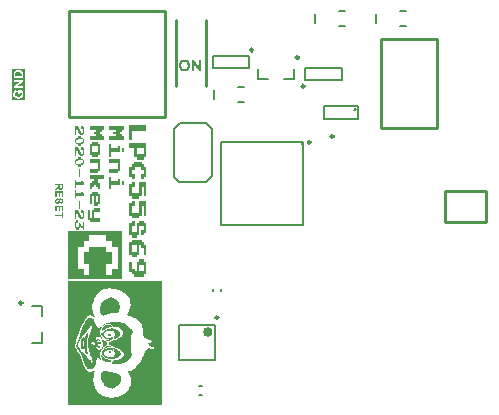
<source format=gto>
G04*
G04 #@! TF.GenerationSoftware,Altium Limited,Altium Designer,20.1.14 (287)*
G04*
G04 Layer_Color=15132400*
%FSLAX25Y25*%
%MOIN*%
G70*
G04*
G04 #@! TF.SameCoordinates,CE59E18C-A3DC-4852-8C87-7D8AF6908A11*
G04*
G04*
G04 #@! TF.FilePolarity,Positive*
G04*
G01*
G75*
%ADD10C,0.00984*%
%ADD11C,0.01575*%
%ADD12C,0.01000*%
%ADD13C,0.00787*%
%ADD14C,0.00700*%
%ADD15C,0.00800*%
%ADD16C,0.00551*%
G36*
X86948Y94709D02*
X86045Y95611D01*
X86948D01*
Y94709D01*
D02*
G37*
G36*
X39713Y7967D02*
X8400D01*
Y49400D01*
X39713D01*
Y7967D01*
D02*
G37*
G36*
X27133Y99728D02*
X26790D01*
X26447D01*
Y99043D01*
X26104D01*
X25761D01*
Y98357D01*
X26104D01*
X26447D01*
Y97671D01*
X26790D01*
X27133D01*
Y96299D01*
X24733D01*
X22332D01*
Y97671D01*
X23361D01*
X24390D01*
Y98357D01*
X24047D01*
X23704D01*
Y99043D01*
X24047D01*
X24390D01*
Y99728D01*
X23361D01*
X22332D01*
Y101100D01*
X24733D01*
X27133D01*
Y99728D01*
D02*
G37*
G36*
X20686D02*
X20344D01*
X20001D01*
Y99043D01*
X19658D01*
X19315D01*
Y98357D01*
X19658D01*
X20001D01*
Y97671D01*
X20344D01*
X20686D01*
Y96299D01*
X18286D01*
X15886D01*
Y97671D01*
X16915D01*
X17943D01*
Y98357D01*
X17600D01*
X17257D01*
Y99043D01*
X17600D01*
X17943D01*
Y99728D01*
X16915D01*
X15886D01*
Y101100D01*
X18286D01*
X20686D01*
Y99728D01*
D02*
G37*
G36*
X27133Y92185D02*
X26790D01*
X26447D01*
Y93556D01*
X26790D01*
X27133D01*
Y92185D01*
D02*
G37*
G36*
X18629Y94928D02*
X18972D01*
X19315D01*
Y91499D01*
X18972D01*
X18629D01*
Y90813D01*
X17600D01*
X16572D01*
Y91499D01*
X16229D01*
X15886D01*
Y94928D01*
X16229D01*
X16572D01*
Y95614D01*
X17600D01*
X18629D01*
Y94928D01*
D02*
G37*
G36*
X23018Y93556D02*
X24047D01*
X25076D01*
Y94242D01*
X25418D01*
X25761D01*
Y92185D01*
X24390D01*
X23018D01*
Y90813D01*
X22675D01*
X22332D01*
Y94928D01*
X22675D01*
X23018D01*
Y93556D01*
D02*
G37*
G36*
X25761Y86012D02*
X25418D01*
X25076D01*
Y85327D01*
X23704D01*
X22332D01*
Y86698D01*
X23704D01*
X25076D01*
Y88756D01*
X23704D01*
X22332D01*
Y90127D01*
X24047D01*
X25761D01*
Y86012D01*
D02*
G37*
G36*
X19315D02*
X18972D01*
X18629D01*
Y85327D01*
X17257D01*
X15886D01*
Y86698D01*
X17257D01*
X18629D01*
Y88756D01*
X17257D01*
X15886D01*
Y90127D01*
X17600D01*
X19315D01*
Y86012D01*
D02*
G37*
G36*
X27133Y81212D02*
X26790D01*
X26447D01*
Y82583D01*
X26790D01*
X27133D01*
Y81212D01*
D02*
G37*
G36*
X20686Y83269D02*
X19658D01*
X18629D01*
Y81898D01*
X18972D01*
X19315D01*
Y79840D01*
X18972D01*
X18629D01*
Y80526D01*
X18286D01*
X17943D01*
Y81212D01*
X17600D01*
X17257D01*
Y80526D01*
X16915D01*
X16572D01*
Y79840D01*
X16229D01*
X15886D01*
Y81898D01*
X16229D01*
X16572D01*
Y82583D01*
X16915D01*
X17257D01*
Y83269D01*
X16572D01*
X15886D01*
Y84641D01*
X18286D01*
X20686D01*
Y83269D01*
D02*
G37*
G36*
X23018Y82583D02*
X24047D01*
X25076D01*
Y83269D01*
X25418D01*
X25761D01*
Y81212D01*
X24390D01*
X23018D01*
Y79840D01*
X22675D01*
X22332D01*
Y83955D01*
X22675D01*
X23018D01*
Y82583D01*
D02*
G37*
G36*
X18629Y78469D02*
X18972D01*
X19315D01*
Y75040D01*
X18972D01*
X18629D01*
Y74354D01*
X17943D01*
X17257D01*
Y77783D01*
X16915D01*
X16572D01*
Y75040D01*
X16229D01*
X15886D01*
Y78469D01*
X16229D01*
X16572D01*
Y79154D01*
X17600D01*
X18629D01*
Y78469D01*
D02*
G37*
G36*
X19315Y72296D02*
X18286D01*
X17257D01*
Y70239D01*
X18286D01*
X19315D01*
Y68867D01*
X17600D01*
X15886D01*
Y69553D01*
X15543D01*
X15200D01*
Y72982D01*
X15543D01*
X15886D01*
Y70239D01*
X16229D01*
X16572D01*
Y72982D01*
X16915D01*
X17257D01*
Y73668D01*
X18286D01*
X19315D01*
Y72296D01*
D02*
G37*
G36*
X26572Y49883D02*
X8581D01*
Y66000D01*
X26572D01*
Y49883D01*
D02*
G37*
G36*
X34694Y99477D02*
X32241D01*
X29918D01*
Y96293D01*
X29454D01*
X28994D01*
Y101200D01*
X31844D01*
X34694D01*
Y99477D01*
D02*
G37*
G36*
Y90588D02*
X34230D01*
X33896D01*
Y89794D01*
X32638D01*
X31384D01*
Y90588D01*
X31046D01*
X30586D01*
Y93772D01*
X29855D01*
X28994D01*
Y95495D01*
X31844D01*
X34694D01*
Y90588D01*
D02*
G37*
G36*
X33102Y88202D02*
X33436D01*
X33896D01*
Y87404D01*
X34230D01*
X34694D01*
Y84089D01*
X34230D01*
X33896D01*
Y83295D01*
X33436D01*
X32976D01*
Y85018D01*
X33436D01*
X33770D01*
Y86479D01*
X33436D01*
X32976D01*
Y87273D01*
X31844D01*
X30712D01*
Y86479D01*
X30252D01*
X29918D01*
Y85018D01*
X30252D01*
X30712D01*
Y83295D01*
X30252D01*
X29792D01*
Y84089D01*
X29454D01*
X28994D01*
Y87404D01*
X29454D01*
X29792D01*
Y88202D01*
X30252D01*
X30586D01*
Y88996D01*
X31844D01*
X33102D01*
Y88202D01*
D02*
G37*
G36*
X34694Y77590D02*
X34230D01*
X33770D01*
Y80774D01*
X33436D01*
X33102D01*
Y77590D01*
X32638D01*
X32304D01*
Y76796D01*
X31046D01*
X29792D01*
Y77590D01*
X29454D01*
X28994D01*
Y81703D01*
X29454D01*
X29792D01*
Y82497D01*
X30252D01*
X30712D01*
Y80774D01*
X30252D01*
X29918D01*
Y78519D01*
X31046D01*
X32178D01*
Y82497D01*
X33436D01*
X34694D01*
Y77590D01*
D02*
G37*
G36*
Y71091D02*
X34230D01*
X33770D01*
Y74275D01*
X33436D01*
X33102D01*
Y71091D01*
X32638D01*
X32304D01*
Y70297D01*
X31046D01*
X29792D01*
Y71091D01*
X29454D01*
X28994D01*
Y75204D01*
X29454D01*
X29792D01*
Y75998D01*
X30252D01*
X30712D01*
Y74275D01*
X30252D01*
X29918D01*
Y72020D01*
X31046D01*
X32178D01*
Y75998D01*
X33436D01*
X34694D01*
Y71091D01*
D02*
G37*
G36*
X33896Y68705D02*
X34230D01*
X34694D01*
Y65391D01*
X34230D01*
X33896D01*
Y64592D01*
X33436D01*
X32976D01*
Y66315D01*
X33436D01*
X33770D01*
Y67776D01*
X33039D01*
X32304D01*
Y64592D01*
X31844D01*
X31510D01*
Y63799D01*
X30649D01*
X29792D01*
Y64592D01*
X29454D01*
X28994D01*
Y68705D01*
X29454D01*
X29792D01*
Y69499D01*
X30252D01*
X30712D01*
Y67776D01*
X30252D01*
X29918D01*
Y65521D01*
X30649D01*
X31384D01*
Y68705D01*
X31844D01*
X32178D01*
Y69499D01*
X33039D01*
X33896D01*
Y68705D01*
D02*
G37*
G36*
X33102Y62207D02*
X33436D01*
X33896D01*
Y61408D01*
X34230D01*
X34694D01*
Y58093D01*
X34230D01*
X33770D01*
Y60484D01*
X33436D01*
X32976D01*
Y61278D01*
X32638D01*
X32304D01*
Y58093D01*
X31844D01*
X31510D01*
Y57300D01*
X30649D01*
X29792D01*
Y58093D01*
X29454D01*
X28994D01*
Y62207D01*
X29454D01*
X29792D01*
Y63000D01*
X31447D01*
X33102D01*
Y62207D01*
D02*
G37*
G36*
X33896Y55708D02*
X34230D01*
X34694D01*
Y51595D01*
X34230D01*
X33896D01*
Y50801D01*
X32241D01*
X30586D01*
Y51595D01*
X30252D01*
X29792D01*
Y52393D01*
X29454D01*
X28994D01*
Y55708D01*
X29454D01*
X29918D01*
Y53317D01*
X30252D01*
X30712D01*
Y52524D01*
X31046D01*
X31384D01*
Y55708D01*
X31844D01*
X32178D01*
Y56501D01*
X33039D01*
X33896D01*
Y55708D01*
D02*
G37*
G36*
X13462Y100563D02*
X13680D01*
X13899D01*
Y98376D01*
X13680D01*
X13462D01*
Y97938D01*
X13024D01*
X12587D01*
Y98376D01*
X12368D01*
X12150D01*
Y98813D01*
X11931D01*
X11712D01*
Y99688D01*
X11494D01*
X11275D01*
Y97938D01*
X11056D01*
X10837D01*
Y101000D01*
X11275D01*
X11712D01*
Y100563D01*
X11931D01*
X12150D01*
Y100125D01*
X12368D01*
X12587D01*
Y99250D01*
X12806D01*
X13024D01*
Y98813D01*
X13243D01*
X13462D01*
Y100125D01*
X13243D01*
X13024D01*
Y101000D01*
X13243D01*
X13462D01*
Y100563D01*
D02*
G37*
G36*
X13024Y97063D02*
X13243D01*
X13462D01*
Y96626D01*
X12587D01*
X11712D01*
Y96189D01*
X11494D01*
X11275D01*
Y95314D01*
X11056D01*
X10837D01*
Y96626D01*
X11056D01*
X11275D01*
Y97063D01*
X11494D01*
X11712D01*
Y97501D01*
X12368D01*
X13024D01*
Y97063D01*
D02*
G37*
G36*
X13899Y95314D02*
X13680D01*
X13462D01*
Y94876D01*
X13243D01*
X13024D01*
Y94439D01*
X12368D01*
X11712D01*
Y94876D01*
X11494D01*
X11275D01*
Y95314D01*
X12150D01*
X13024D01*
Y95751D01*
X13243D01*
X13462D01*
Y96626D01*
X13680D01*
X13899D01*
Y95314D01*
D02*
G37*
G36*
X13462Y93564D02*
X13680D01*
X13899D01*
Y91377D01*
X13680D01*
X13462D01*
Y90940D01*
X13024D01*
X12587D01*
Y91377D01*
X12368D01*
X12150D01*
Y91815D01*
X11931D01*
X11712D01*
Y92689D01*
X11494D01*
X11275D01*
Y90940D01*
X11056D01*
X10837D01*
Y94002D01*
X11275D01*
X11712D01*
Y93564D01*
X11931D01*
X12150D01*
Y93127D01*
X12368D01*
X12587D01*
Y92252D01*
X12806D01*
X13024D01*
Y91815D01*
X13243D01*
X13462D01*
Y93127D01*
X13243D01*
X13024D01*
Y94002D01*
X13243D01*
X13462D01*
Y93564D01*
D02*
G37*
G36*
X13024Y90065D02*
X13243D01*
X13462D01*
Y89628D01*
X12587D01*
X11712D01*
Y89190D01*
X11494D01*
X11275D01*
Y88315D01*
X11056D01*
X10837D01*
Y89628D01*
X11056D01*
X11275D01*
Y90065D01*
X11494D01*
X11712D01*
Y90502D01*
X12368D01*
X13024D01*
Y90065D01*
D02*
G37*
G36*
X13899Y88315D02*
X13680D01*
X13462D01*
Y87878D01*
X13243D01*
X13024D01*
Y87441D01*
X12368D01*
X11712D01*
Y87878D01*
X11494D01*
X11275D01*
Y88315D01*
X12150D01*
X13024D01*
Y88753D01*
X13243D01*
X13462D01*
Y89628D01*
X13680D01*
X13899D01*
Y88315D01*
D02*
G37*
G36*
X12587Y83941D02*
X12368D01*
X12150D01*
Y86566D01*
X12368D01*
X12587D01*
Y83941D01*
D02*
G37*
G36*
X11275Y82192D02*
X12150D01*
X13024D01*
Y82629D01*
X13243D01*
X13462D01*
Y82192D01*
X13680D01*
X13899D01*
Y81317D01*
X12587D01*
X11275D01*
Y80442D01*
X11056D01*
X10837D01*
Y83067D01*
X11056D01*
X11275D01*
Y82192D01*
D02*
G37*
G36*
Y78693D02*
X12150D01*
X13024D01*
Y79130D01*
X13243D01*
X13462D01*
Y78693D01*
X13680D01*
X13899D01*
Y77818D01*
X12587D01*
X11275D01*
Y76943D01*
X11056D01*
X10837D01*
Y79567D01*
X11056D01*
X11275D01*
Y78693D01*
D02*
G37*
G36*
X12587Y73444D02*
X12368D01*
X12150D01*
Y76068D01*
X12368D01*
X12587D01*
Y73444D01*
D02*
G37*
G36*
X13462Y72569D02*
X13680D01*
X13899D01*
Y70382D01*
X13680D01*
X13462D01*
Y69945D01*
X13024D01*
X12587D01*
Y70382D01*
X12368D01*
X12150D01*
Y70819D01*
X11931D01*
X11712D01*
Y71694D01*
X11494D01*
X11275D01*
Y69945D01*
X11056D01*
X10837D01*
Y73006D01*
X11275D01*
X11712D01*
Y72569D01*
X11931D01*
X12150D01*
Y72132D01*
X12368D01*
X12587D01*
Y71257D01*
X12806D01*
X13024D01*
Y70819D01*
X13243D01*
X13462D01*
Y72132D01*
X13243D01*
X13024D01*
Y73006D01*
X13243D01*
X13462D01*
Y72569D01*
D02*
G37*
G36*
X11712Y68632D02*
X11494D01*
X11275D01*
Y67320D01*
X11712D01*
X12150D01*
Y68632D01*
X12368D01*
X12587D01*
Y68195D01*
X12806D01*
X13024D01*
Y67758D01*
X13243D01*
X13462D01*
Y69070D01*
X13680D01*
X13899D01*
Y66445D01*
X13680D01*
X13462D01*
Y66883D01*
X13243D01*
X13024D01*
Y67320D01*
X12806D01*
X12587D01*
Y66883D01*
X12368D01*
X12150D01*
Y66445D01*
X11712D01*
X11275D01*
Y66883D01*
X11056D01*
X10837D01*
Y69070D01*
X11056D01*
X11275D01*
Y69507D01*
X11494D01*
X11712D01*
Y68632D01*
D02*
G37*
G36*
X52809Y119270D02*
X52046D01*
X50513Y121754D01*
Y119270D01*
X49808D01*
Y123054D01*
X50546D01*
X52104Y120512D01*
Y123054D01*
X52809D01*
Y119270D01*
D02*
G37*
G36*
X47442Y123111D02*
X47499Y123107D01*
X47569Y123099D01*
X47651Y123087D01*
X47741Y123070D01*
X47840Y123050D01*
X47946Y123021D01*
X48053Y122988D01*
X48164Y122947D01*
X48278Y122894D01*
X48389Y122837D01*
X48496Y122767D01*
X48598Y122685D01*
X48697Y122595D01*
X48701Y122591D01*
X48717Y122570D01*
X48742Y122541D01*
X48775Y122501D01*
X48816Y122447D01*
X48857Y122382D01*
X48902Y122308D01*
X48951Y122218D01*
X48996Y122123D01*
X49041Y122013D01*
X49086Y121894D01*
X49123Y121767D01*
X49156Y121627D01*
X49180Y121480D01*
X49197Y121320D01*
X49201Y121152D01*
Y121148D01*
Y121139D01*
Y121127D01*
Y121111D01*
Y121090D01*
X49197Y121065D01*
X49193Y121000D01*
X49185Y120922D01*
X49176Y120836D01*
X49160Y120733D01*
X49139Y120627D01*
X49111Y120516D01*
X49078Y120397D01*
X49037Y120278D01*
X48992Y120159D01*
X48935Y120041D01*
X48865Y119926D01*
X48791Y119819D01*
X48701Y119717D01*
X48697Y119712D01*
X48676Y119696D01*
X48652Y119667D01*
X48611Y119635D01*
X48561Y119598D01*
X48500Y119553D01*
X48430Y119508D01*
X48348Y119458D01*
X48258Y119409D01*
X48160Y119364D01*
X48049Y119319D01*
X47930Y119282D01*
X47803Y119249D01*
X47668Y119220D01*
X47520Y119204D01*
X47368Y119200D01*
X47331D01*
X47286Y119204D01*
X47229Y119208D01*
X47159Y119216D01*
X47073Y119229D01*
X46983Y119241D01*
X46885Y119266D01*
X46778Y119290D01*
X46671Y119327D01*
X46556Y119368D01*
X46446Y119417D01*
X46335Y119475D01*
X46229Y119544D01*
X46126Y119622D01*
X46028Y119712D01*
X46023Y119721D01*
X46007Y119737D01*
X45983Y119766D01*
X45950Y119807D01*
X45913Y119860D01*
X45872Y119926D01*
X45827Y120000D01*
X45782Y120086D01*
X45732Y120180D01*
X45687Y120287D01*
X45646Y120401D01*
X45609Y120528D01*
X45577Y120664D01*
X45552Y120811D01*
X45536Y120967D01*
X45531Y121131D01*
Y121139D01*
Y121156D01*
Y121188D01*
X45536Y121230D01*
Y121279D01*
X45540Y121336D01*
X45548Y121398D01*
X45552Y121471D01*
X45564Y121545D01*
X45573Y121623D01*
X45605Y121787D01*
X45646Y121947D01*
X45675Y122029D01*
X45704Y122103D01*
Y122107D01*
X45708Y122115D01*
X45716Y122132D01*
X45728Y122152D01*
X45741Y122177D01*
X45757Y122205D01*
X45794Y122279D01*
X45843Y122357D01*
X45905Y122447D01*
X45974Y122533D01*
X46052Y122624D01*
X46056Y122628D01*
X46064Y122632D01*
X46077Y122644D01*
X46093Y122660D01*
X46114Y122681D01*
X46138Y122701D01*
X46200Y122751D01*
X46270Y122808D01*
X46356Y122865D01*
X46446Y122919D01*
X46544Y122964D01*
X46548D01*
X46561Y122972D01*
X46581Y122976D01*
X46606Y122988D01*
X46639Y123001D01*
X46679Y123013D01*
X46725Y123025D01*
X46778Y123042D01*
X46835Y123054D01*
X46897Y123066D01*
X46966Y123079D01*
X47036Y123091D01*
X47192Y123107D01*
X47360Y123116D01*
X47397D01*
X47442Y123111D01*
D02*
G37*
G36*
X-5841Y120104D02*
Y109600D01*
X-10155D01*
Y120104D01*
X-5841D01*
D02*
G37*
G36*
X6857Y80648D02*
X6854Y80614D01*
Y80576D01*
X6851Y80531D01*
X6848Y80487D01*
X6840Y80387D01*
X6826Y80290D01*
X6821Y80243D01*
X6810Y80196D01*
X6798Y80155D01*
X6787Y80119D01*
Y80116D01*
X6785Y80110D01*
X6779Y80102D01*
X6774Y80088D01*
X6765Y80072D01*
X6757Y80055D01*
X6732Y80011D01*
X6696Y79963D01*
X6655Y79916D01*
X6602Y79866D01*
X6541Y79822D01*
X6538D01*
X6533Y79817D01*
X6524Y79811D01*
X6510Y79806D01*
X6494Y79795D01*
X6475Y79786D01*
X6449Y79775D01*
X6425Y79764D01*
X6366Y79745D01*
X6297Y79725D01*
X6222Y79714D01*
X6139Y79709D01*
X6137D01*
X6125D01*
X6112D01*
X6092Y79711D01*
X6067Y79714D01*
X6040Y79717D01*
X6006Y79722D01*
X5973Y79731D01*
X5895Y79750D01*
X5857Y79764D01*
X5818Y79781D01*
X5776Y79800D01*
X5738Y79822D01*
X5699Y79847D01*
X5663Y79878D01*
X5660Y79880D01*
X5655Y79886D01*
X5646Y79894D01*
X5632Y79908D01*
X5618Y79927D01*
X5602Y79950D01*
X5582Y79975D01*
X5563Y80005D01*
X5541Y80038D01*
X5522Y80074D01*
X5502Y80116D01*
X5483Y80163D01*
X5466Y80213D01*
X5449Y80265D01*
X5436Y80324D01*
X5425Y80384D01*
Y80382D01*
X5419Y80376D01*
X5416Y80368D01*
X5408Y80357D01*
X5389Y80326D01*
X5361Y80288D01*
X5330Y80243D01*
X5294Y80196D01*
X5253Y80149D01*
X5211Y80107D01*
X5206Y80102D01*
X5198Y80097D01*
X5189Y80088D01*
X5175Y80077D01*
X5159Y80063D01*
X5139Y80047D01*
X5117Y80030D01*
X5090Y80011D01*
X5059Y79988D01*
X5026Y79963D01*
X4987Y79939D01*
X4945Y79911D01*
X4898Y79880D01*
X4851Y79847D01*
X4796Y79814D01*
X4300Y79501D01*
Y80119D01*
X4857Y80493D01*
X4860Y80495D01*
X4871Y80501D01*
X4885Y80512D01*
X4904Y80526D01*
X4929Y80540D01*
X4954Y80559D01*
X5015Y80601D01*
X5078Y80648D01*
X5139Y80692D01*
X5167Y80714D01*
X5192Y80734D01*
X5214Y80750D01*
X5231Y80767D01*
X5234Y80770D01*
X5245Y80778D01*
X5256Y80795D01*
X5272Y80814D01*
X5292Y80836D01*
X5308Y80864D01*
X5325Y80891D01*
X5336Y80922D01*
X5339Y80925D01*
X5342Y80939D01*
X5347Y80958D01*
X5353Y80986D01*
X5358Y81022D01*
X5361Y81066D01*
X5366Y81119D01*
Y81285D01*
X4300D01*
Y81800D01*
X6857D01*
Y80648D01*
D02*
G37*
G36*
Y77326D02*
X6425D01*
Y78706D01*
X5860D01*
Y77423D01*
X5427D01*
Y78706D01*
X4732D01*
Y77277D01*
X4300D01*
Y79221D01*
X6857D01*
Y77326D01*
D02*
G37*
G36*
X5178Y76473D02*
X5175D01*
X5167Y76471D01*
X5153Y76468D01*
X5136Y76465D01*
X5114Y76459D01*
X5092Y76451D01*
X5037Y76434D01*
X4976Y76410D01*
X4912Y76376D01*
X4854Y76338D01*
X4829Y76315D01*
X4804Y76291D01*
Y76288D01*
X4799Y76285D01*
X4793Y76277D01*
X4785Y76266D01*
X4776Y76252D01*
X4768Y76232D01*
X4757Y76213D01*
X4746Y76191D01*
X4724Y76135D01*
X4707Y76072D01*
X4693Y75997D01*
X4688Y75914D01*
Y75889D01*
X4691Y75872D01*
Y75850D01*
X4693Y75828D01*
X4702Y75773D01*
X4713Y75712D01*
X4732Y75648D01*
X4757Y75587D01*
X4774Y75559D01*
X4793Y75534D01*
Y75532D01*
X4799Y75529D01*
X4812Y75515D01*
X4835Y75493D01*
X4862Y75471D01*
X4898Y75448D01*
X4943Y75426D01*
X4990Y75412D01*
X5015Y75407D01*
X5040D01*
X5042D01*
X5056D01*
X5073Y75410D01*
X5092Y75412D01*
X5117Y75421D01*
X5145Y75429D01*
X5170Y75443D01*
X5195Y75462D01*
X5198Y75465D01*
X5206Y75473D01*
X5217Y75487D01*
X5234Y75504D01*
X5250Y75532D01*
X5269Y75562D01*
X5286Y75601D01*
X5305Y75648D01*
X5308Y75653D01*
Y75659D01*
X5311Y75667D01*
X5314Y75678D01*
X5319Y75695D01*
X5325Y75712D01*
X5330Y75734D01*
X5339Y75759D01*
X5347Y75789D01*
X5355Y75822D01*
X5366Y75861D01*
X5378Y75903D01*
X5389Y75950D01*
X5403Y76002D01*
X5416Y76061D01*
Y76066D01*
X5422Y76080D01*
X5427Y76099D01*
X5436Y76127D01*
X5444Y76163D01*
X5458Y76202D01*
X5472Y76243D01*
X5486Y76288D01*
X5524Y76385D01*
X5566Y76482D01*
X5591Y76526D01*
X5616Y76570D01*
X5641Y76609D01*
X5668Y76642D01*
X5671Y76645D01*
X5680Y76653D01*
X5691Y76664D01*
X5707Y76678D01*
X5727Y76698D01*
X5751Y76717D01*
X5779Y76739D01*
X5812Y76759D01*
X5848Y76781D01*
X5887Y76803D01*
X5931Y76822D01*
X5976Y76842D01*
X6023Y76856D01*
X6076Y76867D01*
X6128Y76875D01*
X6184Y76878D01*
X6186D01*
X6192D01*
X6203D01*
X6217Y76875D01*
X6233D01*
X6256Y76872D01*
X6303Y76864D01*
X6358Y76850D01*
X6422Y76831D01*
X6486Y76803D01*
X6549Y76767D01*
X6552D01*
X6558Y76761D01*
X6566Y76756D01*
X6577Y76748D01*
X6607Y76720D01*
X6646Y76687D01*
X6688Y76639D01*
X6729Y76587D01*
X6771Y76520D01*
X6807Y76448D01*
Y76446D01*
X6810Y76440D01*
X6815Y76426D01*
X6821Y76412D01*
X6829Y76390D01*
X6835Y76368D01*
X6843Y76340D01*
X6854Y76307D01*
X6862Y76271D01*
X6871Y76235D01*
X6876Y76193D01*
X6884Y76149D01*
X6890Y76099D01*
X6895Y76052D01*
X6898Y75944D01*
Y75897D01*
X6895Y75867D01*
X6893Y75825D01*
X6887Y75781D01*
X6882Y75728D01*
X6871Y75673D01*
X6859Y75617D01*
X6846Y75556D01*
X6829Y75495D01*
X6810Y75437D01*
X6785Y75379D01*
X6754Y75321D01*
X6724Y75268D01*
X6685Y75221D01*
X6682Y75218D01*
X6677Y75210D01*
X6663Y75199D01*
X6646Y75182D01*
X6627Y75163D01*
X6599Y75144D01*
X6569Y75121D01*
X6535Y75097D01*
X6497Y75074D01*
X6455Y75052D01*
X6408Y75030D01*
X6358Y75011D01*
X6306Y74991D01*
X6247Y74977D01*
X6186Y74969D01*
X6123Y74964D01*
X6103Y75479D01*
X6106D01*
X6112Y75482D01*
X6123D01*
X6134Y75484D01*
X6150Y75490D01*
X6170Y75495D01*
X6211Y75509D01*
X6256Y75529D01*
X6303Y75554D01*
X6347Y75584D01*
X6383Y75623D01*
X6386Y75628D01*
X6397Y75642D01*
X6411Y75667D01*
X6427Y75703D01*
X6444Y75750D01*
X6458Y75806D01*
X6469Y75872D01*
X6472Y75950D01*
Y75986D01*
X6469Y76005D01*
X6466Y76027D01*
X6461Y76080D01*
X6449Y76135D01*
X6433Y76196D01*
X6408Y76252D01*
X6378Y76304D01*
X6375Y76307D01*
X6366Y76315D01*
X6353Y76329D01*
X6336Y76343D01*
X6314Y76360D01*
X6286Y76371D01*
X6256Y76382D01*
X6220Y76385D01*
X6217D01*
X6206D01*
X6186Y76382D01*
X6167Y76376D01*
X6142Y76365D01*
X6114Y76354D01*
X6089Y76335D01*
X6064Y76310D01*
X6062Y76304D01*
X6056Y76299D01*
X6051Y76288D01*
X6042Y76277D01*
X6034Y76260D01*
X6023Y76238D01*
X6012Y76213D01*
X6001Y76185D01*
X5987Y76152D01*
X5973Y76113D01*
X5959Y76069D01*
X5943Y76019D01*
X5926Y75964D01*
X5909Y75903D01*
X5893Y75836D01*
Y75831D01*
X5890Y75820D01*
X5884Y75800D01*
X5879Y75775D01*
X5871Y75742D01*
X5860Y75709D01*
X5848Y75667D01*
X5837Y75626D01*
X5810Y75534D01*
X5779Y75443D01*
X5763Y75398D01*
X5746Y75354D01*
X5727Y75315D01*
X5710Y75279D01*
Y75277D01*
X5704Y75271D01*
X5699Y75263D01*
X5693Y75249D01*
X5671Y75216D01*
X5643Y75174D01*
X5605Y75130D01*
X5560Y75083D01*
X5508Y75036D01*
X5449Y74994D01*
X5447D01*
X5441Y74989D01*
X5433Y74986D01*
X5419Y74977D01*
X5403Y74969D01*
X5383Y74961D01*
X5361Y74953D01*
X5336Y74941D01*
X5308Y74933D01*
X5278Y74925D01*
X5209Y74908D01*
X5128Y74897D01*
X5042Y74892D01*
X5040D01*
X5034D01*
X5020D01*
X5006Y74894D01*
X4987D01*
X4962Y74897D01*
X4937Y74903D01*
X4909Y74908D01*
X4846Y74922D01*
X4776Y74944D01*
X4704Y74975D01*
X4666Y74994D01*
X4630Y75016D01*
X4627D01*
X4621Y75022D01*
X4610Y75030D01*
X4599Y75038D01*
X4583Y75052D01*
X4563Y75066D01*
X4522Y75105D01*
X4477Y75155D01*
X4427Y75213D01*
X4383Y75282D01*
X4344Y75362D01*
Y75365D01*
X4342Y75374D01*
X4336Y75385D01*
X4330Y75401D01*
X4322Y75424D01*
X4317Y75451D01*
X4308Y75482D01*
X4300Y75515D01*
X4289Y75554D01*
X4281Y75595D01*
X4275Y75642D01*
X4267Y75692D01*
X4261Y75742D01*
X4256Y75800D01*
X4253Y75858D01*
Y75941D01*
X4256Y75966D01*
Y76000D01*
X4258Y76038D01*
X4264Y76086D01*
X4272Y76138D01*
X4281Y76193D01*
X4292Y76254D01*
X4308Y76315D01*
X4325Y76376D01*
X4347Y76437D01*
X4372Y76498D01*
X4403Y76556D01*
X4436Y76612D01*
X4474Y76664D01*
X4477Y76667D01*
X4486Y76675D01*
X4499Y76689D01*
X4516Y76706D01*
X4541Y76725D01*
X4569Y76750D01*
X4602Y76775D01*
X4641Y76800D01*
X4685Y76828D01*
X4732Y76856D01*
X4787Y76881D01*
X4846Y76905D01*
X4909Y76928D01*
X4976Y76947D01*
X5051Y76964D01*
X5128Y76975D01*
X5178Y76473D01*
D02*
G37*
G36*
X6857Y72562D02*
X6425D01*
Y73941D01*
X5860D01*
Y72659D01*
X5427D01*
Y73941D01*
X4732D01*
Y72512D01*
X4300D01*
Y74457D01*
X6857D01*
Y72562D01*
D02*
G37*
G36*
Y70227D02*
X6425D01*
Y70980D01*
X4300D01*
Y71496D01*
X6425D01*
Y72255D01*
X6857D01*
Y70227D01*
D02*
G37*
%LPC*%
G36*
X37213Y46900D02*
D01*
Y27003D01*
X36869Y27232D01*
X36525Y27423D01*
X36258Y27614D01*
X36029Y27767D01*
X35647Y28072D01*
X35380Y28302D01*
X35227Y28454D01*
X35113Y28569D01*
X35074Y28645D01*
Y28683D01*
X35494D01*
X35876Y28760D01*
X36144Y28836D01*
X36411Y28912D01*
X36564Y28989D01*
X36716Y29065D01*
X36755Y29103D01*
X36793Y29142D01*
X36640Y29409D01*
X35953Y29600D01*
X35380Y29829D01*
X34883Y30058D01*
X34501Y30287D01*
X34196Y30478D01*
X33967Y30669D01*
X33814Y30784D01*
X33776Y30822D01*
X33699Y31509D01*
X33661Y32120D01*
X33585Y32693D01*
X33509Y33190D01*
X33432Y33610D01*
X33356Y33992D01*
X33279Y34297D01*
X33203Y34565D01*
X33127Y34794D01*
X33050Y34985D01*
X32974Y35138D01*
X32936Y35252D01*
X32859Y35367D01*
X32821Y35405D01*
X32592Y35710D01*
X32286Y36016D01*
X31981Y36283D01*
X31599Y36551D01*
X30797Y37009D01*
X29995Y37391D01*
X29231Y37696D01*
X28888Y37811D01*
X28582Y37925D01*
X28315Y38002D01*
X28124Y38078D01*
X28009Y38116D01*
X27971D01*
X28429Y38651D01*
X28773Y39224D01*
X29040Y39759D01*
X29193Y40255D01*
X29308Y40713D01*
X29346Y41057D01*
X29384Y41286D01*
Y41363D01*
X29346Y41935D01*
X29269Y42546D01*
X29193Y42814D01*
X29155Y43005D01*
X29117Y43157D01*
Y43196D01*
X28773Y43845D01*
X28315Y44418D01*
X27856Y44914D01*
X27360Y45334D01*
X26825Y45678D01*
X26252Y45983D01*
X25718Y46251D01*
X25183Y46442D01*
X24648Y46595D01*
X24152Y46709D01*
X23732Y46785D01*
X23312Y46824D01*
X23006Y46862D01*
X22777Y46900D01*
X22281D01*
X21402Y46824D01*
X20600Y46633D01*
X19875Y46365D01*
X19264Y45983D01*
X18729Y45525D01*
X18271Y45029D01*
X17889Y44494D01*
X17545Y43921D01*
X17278Y43348D01*
X17049Y42814D01*
X16896Y42317D01*
X16781Y41859D01*
X16667Y41477D01*
X16628Y41210D01*
X16590Y41019D01*
Y40942D01*
X16705Y40064D01*
X16819Y39338D01*
X16972Y38727D01*
X17125Y38269D01*
X17240Y37925D01*
X17354Y37696D01*
X17392Y37543D01*
X17431Y37505D01*
Y37391D01*
X17125D01*
X16858Y37582D01*
X16590Y37734D01*
X16361Y37811D01*
X16208Y37887D01*
X16056Y37925D01*
X15941Y37964D01*
X15903D01*
X15865D01*
X15674Y37925D01*
X15445Y37849D01*
X15215Y37734D01*
X15024Y37543D01*
X14795Y37314D01*
X14566Y37047D01*
X14146Y36398D01*
X13726Y35634D01*
X13306Y34794D01*
X12924Y33915D01*
X12542Y32961D01*
X12199Y32044D01*
X11893Y31166D01*
X11626Y30325D01*
X11358Y29562D01*
X11167Y28912D01*
X11091Y28645D01*
X11015Y28416D01*
X10976Y28225D01*
X10938Y28111D01*
X10900Y28034D01*
Y27690D01*
X10976Y27347D01*
X11129Y26927D01*
X11396Y26468D01*
X11702Y26010D01*
X11969Y25552D01*
X12237Y25208D01*
X12313Y25055D01*
X12389Y24941D01*
X12466Y24903D01*
Y24864D01*
X12771Y23833D01*
X13077Y22917D01*
X13382Y22153D01*
X13688Y21504D01*
X13955Y20931D01*
X14222Y20434D01*
X14490Y20052D01*
X14719Y19747D01*
X14948Y19518D01*
X15139Y19327D01*
X15292Y19212D01*
X15445Y19098D01*
X15636Y19021D01*
X15712D01*
X15865Y19060D01*
X16094Y19136D01*
X16399Y19250D01*
X16743Y19365D01*
X17049Y19518D01*
X17316Y19632D01*
X17507Y19709D01*
X17583Y19747D01*
X17698D01*
X17469Y19212D01*
X17316Y18639D01*
X17163Y18105D01*
X17087Y17647D01*
X17049Y17226D01*
X17010Y16883D01*
Y16157D01*
X17049Y15699D01*
X17087Y15279D01*
X17201Y14859D01*
X17316Y14477D01*
X17392Y14171D01*
X17507Y13942D01*
X17545Y13789D01*
X17583Y13751D01*
X17851Y13178D01*
X18194Y12682D01*
X18538Y12224D01*
X18958Y11842D01*
X19378Y11536D01*
X19798Y11269D01*
X20218Y11040D01*
X20639Y10887D01*
X21058Y10734D01*
X21440Y10658D01*
X21784Y10581D01*
X22090Y10505D01*
X22357D01*
X22548Y10467D01*
X10900D01*
D01*
X37213D01*
Y46900D01*
D02*
G37*
%LPD*%
G36*
X23312Y43883D02*
X23655Y43807D01*
X23961Y43654D01*
X24228Y43463D01*
X24725Y43043D01*
X25145Y42508D01*
X25450Y41974D01*
X25641Y41553D01*
X25718Y41363D01*
X25794Y41210D01*
X25832Y41133D01*
Y40217D01*
X25679Y39720D01*
X25527Y39338D01*
X25374Y39071D01*
X25259Y38880D01*
X25145Y38765D01*
X25069Y38727D01*
X24992Y38689D01*
X24687D01*
X23770Y38651D01*
X22930Y38536D01*
X22204Y38422D01*
X21593Y38231D01*
X21097Y38078D01*
X20715Y37964D01*
X20486Y37849D01*
X20448Y37811D01*
X20409D01*
X19989Y38040D01*
X19646Y38307D01*
X19416Y38575D01*
X19264Y38804D01*
X19187Y39033D01*
X19149Y39224D01*
X19111Y39338D01*
Y40102D01*
X19149Y40599D01*
X19264Y41057D01*
X19416Y41477D01*
X19646Y41859D01*
X19913Y42203D01*
X20218Y42508D01*
X20829Y43043D01*
X21479Y43425D01*
X21746Y43578D01*
X22013Y43692D01*
X22242Y43807D01*
X22395Y43883D01*
X22510Y43921D01*
X22548D01*
X22968D01*
X23312Y43883D01*
D02*
G37*
G36*
X23388Y32693D02*
X22701Y32808D01*
X22281D01*
X21746Y32770D01*
X21288Y32617D01*
X20982Y32464D01*
X20715Y32235D01*
X20562Y32044D01*
X20486Y31853D01*
X20409Y31739D01*
Y31700D01*
X20448Y31471D01*
X20486Y31280D01*
X20715Y30937D01*
X21020Y30707D01*
X21364Y30555D01*
X21708Y30478D01*
X21975Y30402D01*
X22204D01*
X22242D01*
X22281D01*
X23388Y30669D01*
X23579D01*
X23503Y30402D01*
X23426Y30173D01*
X23350Y30020D01*
X23274Y29944D01*
X23235Y29867D01*
X23159Y29829D01*
X23121D01*
X22701D01*
X22166Y29906D01*
X21708Y29982D01*
X21288Y30096D01*
X20944Y30211D01*
X20677Y30364D01*
X20409Y30516D01*
X20218Y30669D01*
X20066Y30860D01*
X19837Y31166D01*
X19722Y31433D01*
X19684Y31624D01*
Y31853D01*
X19875Y32159D01*
X20104Y32388D01*
X20639Y32808D01*
X21211Y33113D01*
X21822Y33304D01*
X22395Y33457D01*
X22853Y33495D01*
X23006Y33533D01*
X23159D01*
X23235D01*
X23274D01*
X23388D01*
Y32693D01*
D02*
G37*
G36*
X22815Y34794D02*
X22930Y34679D01*
X23121Y34450D01*
X23235Y34221D01*
X23274Y34144D01*
Y34106D01*
X22395Y33877D01*
X21670Y33610D01*
X21020Y33342D01*
X20524Y33113D01*
X20142Y32884D01*
X19875Y32693D01*
X19722Y32579D01*
X19684Y32541D01*
Y32693D01*
X19722Y33075D01*
X19798Y33381D01*
X19951Y33686D01*
X20142Y33915D01*
X20600Y34297D01*
X21135Y34565D01*
X21631Y34717D01*
X22090Y34794D01*
X22281Y34832D01*
X22433D01*
X22510D01*
X22548D01*
X22701D01*
X22815Y34794D01*
D02*
G37*
G36*
X22701Y31662D02*
X22777Y31548D01*
X22853Y31433D01*
Y30975D01*
X21975D01*
Y31395D01*
X22013Y31548D01*
X22128Y31624D01*
X22242Y31700D01*
X22281D01*
X22548D01*
X22701Y31662D01*
D02*
G37*
G36*
X24076Y33304D02*
X24457Y33190D01*
X24725Y33113D01*
X24992Y32961D01*
X25221Y32846D01*
X25412Y32732D01*
X25679Y32464D01*
X25832Y32235D01*
X25909Y32044D01*
X25947Y31891D01*
Y31853D01*
X25909Y31624D01*
X25870Y31395D01*
X25603Y31013D01*
X25298Y30707D01*
X24916Y30440D01*
X24496Y30249D01*
X24190Y30096D01*
X23923Y30020D01*
X23885Y29982D01*
X23846D01*
X23694D01*
X23732Y30287D01*
X23770Y30593D01*
X23999Y31128D01*
X24076Y31357D01*
X24190Y31548D01*
X24228Y31662D01*
X24266Y31700D01*
X24228Y31853D01*
X24190Y32006D01*
X23999Y32311D01*
X23885Y32464D01*
X23770Y32579D01*
X23732Y32655D01*
X23694Y32693D01*
Y33381D01*
X24076Y33304D01*
D02*
G37*
G36*
X21211Y29753D02*
X21479Y29676D01*
X22051Y29600D01*
X22281Y29562D01*
X22510D01*
X22662D01*
X22701D01*
Y29409D01*
X21822D01*
X20868Y29715D01*
Y29829D01*
X20982D01*
X21211Y29753D01*
D02*
G37*
G36*
X22395Y27767D02*
X22624Y27690D01*
X22777Y27614D01*
X22853Y27576D01*
X22930Y27499D01*
X22968Y27461D01*
Y27423D01*
X22472Y27385D01*
X21975Y27308D01*
X21555Y27194D01*
X21173Y27041D01*
X20868Y26927D01*
X20600Y26812D01*
X20448Y26736D01*
X20409Y26697D01*
X20295D01*
X20600Y27079D01*
X20906Y27347D01*
X21211Y27576D01*
X21479Y27690D01*
X21746Y27767D01*
X21937Y27805D01*
X22090Y27843D01*
X22128D01*
X22395Y27767D01*
D02*
G37*
G36*
X23579Y26277D02*
Y26163D01*
X23159Y26316D01*
X22777Y26392D01*
X22624Y26430D01*
X22510D01*
X22433D01*
X22395D01*
X22281D01*
X21860Y26392D01*
X21517Y26277D01*
X21211Y26163D01*
X20982Y25972D01*
X20791Y25819D01*
X20677Y25705D01*
X20600Y25590D01*
X20562Y25552D01*
Y24979D01*
X20829Y24673D01*
X21135Y24444D01*
X21440Y24253D01*
X21708Y24139D01*
X21975Y24062D01*
X22204Y24024D01*
X22357D01*
X22395D01*
X23388Y24139D01*
Y23451D01*
X22548D01*
X22166Y23490D01*
X21822Y23528D01*
X21249Y23719D01*
X20791Y24024D01*
X20409Y24368D01*
X20142Y24712D01*
X19989Y24979D01*
X19875Y25208D01*
X19837Y25246D01*
Y25284D01*
X19875Y25590D01*
X19951Y25857D01*
X20104Y26087D01*
X20256Y26277D01*
X20677Y26583D01*
X21211Y26774D01*
X21708Y26927D01*
X22128Y26965D01*
X22281Y27003D01*
X22433D01*
X22510D01*
X22548D01*
X23388D01*
X23579Y26277D01*
D02*
G37*
G36*
X22853Y25972D02*
X22930Y25857D01*
X22968Y25743D01*
Y25552D01*
X22930Y25399D01*
X22853Y25323D01*
X22739Y25284D01*
X22701D01*
X22128D01*
Y25705D01*
X22166Y25857D01*
X22281Y25934D01*
X22357Y26010D01*
X22395D01*
X22701D01*
X22853Y25972D01*
D02*
G37*
G36*
X24114Y26850D02*
X24496Y26736D01*
X24801Y26583D01*
X25069Y26430D01*
X25336Y26316D01*
X25527Y26163D01*
X25794Y25896D01*
X25985Y25628D01*
X26061Y25437D01*
X26100Y25323D01*
Y25284D01*
X26061Y25017D01*
X25985Y24750D01*
X25870Y24559D01*
X25718Y24368D01*
X25336Y24024D01*
X24916Y23795D01*
X24457Y23642D01*
X24076Y23528D01*
X23923Y23490D01*
X23808Y23451D01*
X23732D01*
X23694D01*
Y24139D01*
X23732Y24177D01*
X23770Y24292D01*
X23999Y24521D01*
X24190Y24750D01*
X24228Y24826D01*
X24266Y24864D01*
Y25552D01*
X23999Y25972D01*
X23808Y26392D01*
X23770Y26583D01*
X23732Y26697D01*
X23694Y26812D01*
Y27003D01*
X24114Y26850D01*
D02*
G37*
G36*
X20868Y23566D02*
X21249Y23451D01*
X21631Y23337D01*
X21899Y23260D01*
X22166Y23146D01*
X22395Y23069D01*
X22586Y23031D01*
X22853Y22917D01*
X23006Y22802D01*
X23083Y22764D01*
X23121Y22726D01*
X23083Y22649D01*
X23044Y22573D01*
X22853Y22420D01*
X22624Y22306D01*
X22586Y22267D01*
X22548D01*
X22051Y22306D01*
X21593Y22344D01*
X21211Y22458D01*
X20906Y22611D01*
X20600Y22764D01*
X20371Y22955D01*
X20180Y23146D01*
X20027Y23337D01*
X19837Y23719D01*
X19722Y24062D01*
X19684Y24330D01*
Y24559D01*
X20868Y23566D01*
D02*
G37*
G36*
X16017Y37047D02*
X16285Y37009D01*
X16514Y36932D01*
X16743Y36818D01*
X16896Y36703D01*
X17010Y36627D01*
X17087Y36589D01*
X17125Y36551D01*
X17316Y36054D01*
X17469Y35596D01*
X17621Y35214D01*
X17774Y34908D01*
X17927Y34603D01*
X18042Y34374D01*
X18156Y34183D01*
X18271Y34030D01*
X18462Y33839D01*
X18614Y33724D01*
X18691Y33686D01*
X18729D01*
X18844Y33724D01*
X18996Y33763D01*
X19073Y33801D01*
X19111Y33839D01*
X19455Y34144D01*
X19798Y34450D01*
X20562Y34908D01*
X21402Y35214D01*
X22166Y35443D01*
X22853Y35558D01*
X23159Y35634D01*
X23426D01*
X23655Y35672D01*
X23808D01*
X23923D01*
X23961D01*
X24916Y35634D01*
X25756Y35519D01*
X26520Y35367D01*
X27169Y35176D01*
X27742Y34908D01*
X28238Y34641D01*
X28658Y34336D01*
X29040Y34030D01*
X29308Y33763D01*
X29575Y33457D01*
X29766Y33190D01*
X29880Y32923D01*
X29995Y32732D01*
X30071Y32579D01*
X30110Y32464D01*
Y32426D01*
X29880Y31586D01*
X29689Y30784D01*
X29575Y30058D01*
X29460Y29409D01*
X29422Y28912D01*
X29384Y28492D01*
Y27843D01*
X29460Y27385D01*
X29537Y26965D01*
X29575Y26583D01*
X29613Y26277D01*
X29651Y26010D01*
X29689Y25743D01*
X29766Y25399D01*
Y25170D01*
X29804Y25055D01*
Y24559D01*
X29575Y24024D01*
X29308Y23566D01*
X28964Y23184D01*
X28582Y22840D01*
X28162Y22535D01*
X27742Y22306D01*
X27322Y22115D01*
X26863Y21962D01*
X26061Y21733D01*
X25679Y21656D01*
X25336Y21618D01*
X25069Y21580D01*
X24878D01*
X24725D01*
X24687D01*
X22281Y21886D01*
Y22000D01*
X22662Y22038D01*
X22930Y22115D01*
X23121Y22229D01*
X23235Y22344D01*
X23350Y22497D01*
X23388Y22611D01*
Y22726D01*
X24037Y22840D01*
X24610Y22955D01*
X25107Y23108D01*
X25565Y23260D01*
X25909Y23451D01*
X26214Y23604D01*
X26482Y23795D01*
X26673Y23986D01*
X26825Y24139D01*
X26940Y24330D01*
X27093Y24597D01*
X27131Y24788D01*
Y24864D01*
X27093Y25170D01*
X26978Y25475D01*
X26825Y25743D01*
X26634Y26010D01*
X26367Y26201D01*
X26100Y26430D01*
X25489Y26736D01*
X24878Y26965D01*
X24610Y27079D01*
X24343Y27156D01*
X24152Y27194D01*
X23999Y27232D01*
X23885Y27270D01*
X23846D01*
X23464Y27576D01*
X23159Y27767D01*
X22892Y27920D01*
X22662Y28034D01*
X22510Y28111D01*
X22395Y28149D01*
X22319D01*
X22281D01*
Y28989D01*
X22548Y29065D01*
X22777Y29103D01*
X22930Y29180D01*
X23006Y29256D01*
X23083Y29333D01*
X23121Y29371D01*
Y29409D01*
X23808Y29600D01*
X24381Y29791D01*
X24916Y29982D01*
X25336Y30211D01*
X25718Y30402D01*
X26023Y30631D01*
X26291Y30822D01*
X26482Y31013D01*
X26673Y31204D01*
X26787Y31395D01*
X26902Y31700D01*
X26978Y31891D01*
Y32273D01*
X26863Y32579D01*
X26673Y32884D01*
X26252Y33342D01*
X25756Y33648D01*
X25259Y33877D01*
X24763Y33992D01*
X24343Y34068D01*
X24190Y34106D01*
X24076D01*
X23999D01*
X23961D01*
X23808Y34144D01*
X23655Y34259D01*
X23464Y34412D01*
X23312Y34603D01*
X23121Y34794D01*
X22968Y34947D01*
X22892Y35061D01*
X22853Y35099D01*
X22281D01*
X21746Y35061D01*
X21288Y34985D01*
X20868Y34870D01*
X20524Y34679D01*
X20256Y34488D01*
X19989Y34297D01*
X19798Y34068D01*
X19646Y33801D01*
X19416Y33342D01*
X19302Y32923D01*
Y32770D01*
X19264Y32655D01*
Y32541D01*
X19302Y32235D01*
Y31968D01*
X19378Y31548D01*
X19455Y31242D01*
X19531Y31051D01*
X19569Y30898D01*
X19646Y30860D01*
X19684Y30822D01*
X19722Y30669D01*
X19798Y30478D01*
X20027Y30135D01*
X20333Y29791D01*
X20715Y29485D01*
X21097Y29218D01*
X21402Y29027D01*
X21631Y28874D01*
X21670Y28836D01*
X21708D01*
Y28149D01*
X21288Y27958D01*
X20906Y27767D01*
X20562Y27499D01*
X20295Y27270D01*
X20066Y26965D01*
X19875Y26697D01*
X19569Y26125D01*
X19378Y25590D01*
X19302Y25132D01*
X19264Y24941D01*
Y24712D01*
X19302Y24406D01*
X19340Y24139D01*
X19493Y23642D01*
X19569Y23451D01*
X19607Y23299D01*
X19684Y23184D01*
Y22993D01*
X18423Y23871D01*
X18156Y23299D01*
X18042Y22688D01*
X17927Y22191D01*
X17774Y21733D01*
X17621Y21351D01*
X17469Y21007D01*
X17316Y20740D01*
X17163Y20511D01*
X17010Y20320D01*
X16858Y20167D01*
X16743Y20091D01*
X16514Y19938D01*
X16361Y19900D01*
X16285D01*
X15865D01*
X15559Y19938D01*
X15292Y20091D01*
X15024Y20358D01*
X14757Y20663D01*
X14528Y21007D01*
X14299Y21427D01*
X13879Y22306D01*
X13535Y23184D01*
X13382Y23604D01*
X13268Y23948D01*
X13153Y24253D01*
X13115Y24521D01*
X13039Y24673D01*
Y24712D01*
X12733Y25170D01*
X12466Y25552D01*
X12237Y25896D01*
X12046Y26201D01*
X11893Y26468D01*
X11740Y26697D01*
X11549Y27079D01*
X11396Y27308D01*
X11358Y27461D01*
X11320Y27538D01*
Y27576D01*
X11358Y27958D01*
X11473Y28416D01*
X11626Y28874D01*
X11817Y29294D01*
X12008Y29676D01*
X12160Y30020D01*
X12275Y30211D01*
X12313Y30249D01*
Y30287D01*
X12466Y30898D01*
X12619Y31471D01*
X12924Y32541D01*
X13230Y33419D01*
X13535Y34221D01*
X13802Y34870D01*
X14108Y35443D01*
X14375Y35863D01*
X14604Y36245D01*
X14834Y36512D01*
X15063Y36742D01*
X15254Y36894D01*
X15406Y36971D01*
X15521Y37047D01*
X15636Y37085D01*
X15674D01*
X15712D01*
X16017Y37047D01*
D02*
G37*
G36*
X23274Y18868D02*
X23808Y18830D01*
X24266Y18792D01*
X24648Y18716D01*
X24992Y18563D01*
X25298Y18448D01*
X25527Y18296D01*
X25718Y18105D01*
X25870Y17952D01*
X26100Y17608D01*
X26214Y17303D01*
X26252Y17112D01*
Y16730D01*
X26214Y16310D01*
X26138Y15928D01*
X25985Y15546D01*
X25794Y15240D01*
X25336Y14668D01*
X24839Y14209D01*
X24305Y13904D01*
X23846Y13675D01*
X23655Y13560D01*
X23503Y13522D01*
X23426Y13484D01*
X23388D01*
X22815Y13522D01*
X22281Y13675D01*
X21784Y13866D01*
X21402Y14133D01*
X21020Y14477D01*
X20677Y14820D01*
X20409Y15240D01*
X20180Y15622D01*
X19989Y16004D01*
X19798Y16424D01*
X19684Y16768D01*
X19569Y17074D01*
X19493Y17379D01*
X19455Y17570D01*
X19416Y17723D01*
Y17761D01*
X19455Y18181D01*
X19607Y18525D01*
X19798Y18830D01*
X19989Y19060D01*
X20218Y19212D01*
X20371Y19327D01*
X20524Y19403D01*
X20562Y19441D01*
X23274Y18868D01*
D02*
G37*
G36*
X36946Y26697D02*
X37098Y26736D01*
X37175Y26850D01*
X37213Y26965D01*
Y10467D01*
X23274D01*
X24228Y10505D01*
X25069Y10658D01*
X25832Y10925D01*
X26482Y11231D01*
X27093Y11574D01*
X27627Y11994D01*
X28047Y12453D01*
X28429Y12873D01*
X28773Y13331D01*
X29040Y13789D01*
X29231Y14209D01*
X29384Y14553D01*
X29498Y14859D01*
X29613Y15126D01*
X29651Y15279D01*
Y16157D01*
X29613Y16768D01*
X29498Y17303D01*
X29346Y17761D01*
X29155Y18143D01*
X28964Y18448D01*
X28811Y18678D01*
X28697Y18830D01*
X28658Y18868D01*
Y19174D01*
X28926Y19212D01*
X29269Y19327D01*
X29613Y19480D01*
X29957Y19670D01*
X30301Y19861D01*
X30568Y20014D01*
X30721Y20129D01*
X30797Y20167D01*
X31102Y20778D01*
X31484Y21313D01*
X31866Y21771D01*
X32248Y22153D01*
X32554Y22458D01*
X32821Y22688D01*
X33012Y22840D01*
X33088Y22878D01*
X33318Y23604D01*
X33547Y24253D01*
X33776Y24788D01*
X33967Y25246D01*
X34158Y25666D01*
X34349Y26010D01*
X34501Y26277D01*
X34654Y26468D01*
X34769Y26659D01*
X34883Y26774D01*
X35074Y26927D01*
X35189Y27003D01*
X35227D01*
X36946Y26697D01*
D02*
G37*
%LPC*%
G36*
X18576Y29562D02*
X18423Y29485D01*
X18347Y29409D01*
X18194Y29256D01*
X18156Y29180D01*
Y29142D01*
X18194Y28951D01*
X18309Y28874D01*
X18385Y28836D01*
X18423D01*
X18844D01*
X18996Y28912D01*
X19073Y28989D01*
X19225Y29142D01*
X19264Y29218D01*
Y29409D01*
X18576Y29562D01*
D02*
G37*
G36*
X17354Y28836D02*
X17316D01*
X16590D01*
X16399Y28798D01*
X16323Y28683D01*
X16285Y28569D01*
Y28531D01*
X16323Y28454D01*
X16399Y28340D01*
X16552Y28302D01*
X16705Y28225D01*
X16858Y28187D01*
X17010D01*
X17087Y28149D01*
X17125D01*
X17278D01*
X17392Y28187D01*
X17545Y28263D01*
X17583Y28378D01*
Y28531D01*
X17545Y28683D01*
X17469Y28798D01*
X17354Y28836D01*
D02*
G37*
G36*
X18805Y30822D02*
X18729D01*
X18423D01*
X18271Y30746D01*
X18194Y30669D01*
X18042Y30516D01*
X18003Y30440D01*
Y30135D01*
X18156Y29829D01*
X18233D01*
X18309Y29906D01*
X18385Y30058D01*
X18423Y30211D01*
Y30287D01*
X18576D01*
X18920Y30020D01*
X19149Y29715D01*
X19340Y29409D01*
X19455Y29065D01*
X19531Y28760D01*
X19569Y28492D01*
Y27996D01*
X19416Y28072D01*
X19302Y28149D01*
X19187Y28302D01*
X19111Y28378D01*
Y28416D01*
X18423Y28263D01*
Y27843D01*
X18462Y27690D01*
X18576Y27614D01*
X18691Y27576D01*
X18729D01*
X18996D01*
X19416Y27843D01*
X19378Y27652D01*
X19340Y27461D01*
X19149Y27194D01*
X18920Y27041D01*
X18882Y27003D01*
X18844D01*
X18576D01*
Y27156D01*
X18538Y27232D01*
X18423Y27385D01*
X18309Y27423D01*
X18271D01*
X18003Y27270D01*
X18042Y27041D01*
X18118Y26850D01*
X18271Y26697D01*
X18423Y26583D01*
X18576Y26507D01*
X18729Y26468D01*
X18805Y26430D01*
X18844D01*
X19073Y26468D01*
X19264Y26507D01*
X19607Y26697D01*
X19837Y27003D01*
X19989Y27347D01*
X20066Y27690D01*
X20142Y27958D01*
Y28722D01*
X20066Y29103D01*
X20027Y29447D01*
X19913Y29753D01*
X19798Y29982D01*
X19684Y30211D01*
X19455Y30516D01*
X19187Y30669D01*
X18958Y30784D01*
X18805Y30822D01*
D02*
G37*
G36*
X15903Y34679D02*
X15865D01*
X15826Y34603D01*
X15788Y34526D01*
X15750D01*
X15712D01*
X15750Y34412D01*
X15788Y34259D01*
X15826Y34144D01*
X15865Y34106D01*
X15750Y33877D01*
X15636Y33648D01*
X15330Y33228D01*
X15215Y33075D01*
X15101Y32923D01*
X15024Y32846D01*
X14986Y32808D01*
X14452Y32273D01*
X13955Y31777D01*
X13535Y31280D01*
X13191Y30822D01*
X12886Y30440D01*
X12657Y30058D01*
X12428Y29676D01*
X12275Y29371D01*
X12046Y28836D01*
X11931Y28454D01*
Y28340D01*
X11893Y28225D01*
Y28149D01*
X12008Y27423D01*
X12046Y27308D01*
X12199Y27118D01*
X12389Y26850D01*
X12695Y26545D01*
X13001Y26163D01*
X13344Y25781D01*
X14146Y24941D01*
X14948Y24101D01*
X15292Y23719D01*
X15636Y23413D01*
X15903Y23108D01*
X16094Y22917D01*
X16247Y22764D01*
X16285Y22726D01*
X16132Y22420D01*
X16170Y22267D01*
X16285Y22191D01*
X16399Y22153D01*
X16438D01*
X16590D01*
X16667Y22191D01*
X16743Y22229D01*
X16858Y22420D01*
X16972Y22649D01*
X17010Y22688D01*
Y22726D01*
X16705Y23146D01*
X16438Y23566D01*
X16017Y24521D01*
X15712Y25475D01*
X15521Y26354D01*
X15445Y26774D01*
X15368Y27194D01*
X15330Y27538D01*
Y27843D01*
X15292Y28072D01*
Y28416D01*
X15330Y29562D01*
X15483Y30593D01*
X15712Y31509D01*
X15941Y32311D01*
X16056Y32655D01*
X16170Y32961D01*
X16285Y33228D01*
X16399Y33419D01*
X16476Y33610D01*
X16552Y33724D01*
X16590Y33801D01*
Y33839D01*
X16552Y34068D01*
X16476Y34221D01*
X16247Y34488D01*
X15979Y34641D01*
X15903Y34679D01*
D02*
G37*
%LPD*%
G36*
X13879Y30669D02*
X13841Y30516D01*
X13726Y30440D01*
X13611Y30402D01*
X13573D01*
Y30555D01*
X13611Y30707D01*
X13726Y30784D01*
X13841Y30822D01*
X13879D01*
Y30669D01*
D02*
G37*
G36*
X15139Y31433D02*
X15063Y30822D01*
X14986Y30325D01*
X14910Y29944D01*
Y29638D01*
X14872Y29409D01*
Y28531D01*
X14719Y28263D01*
X14795Y28225D01*
X14872Y28187D01*
Y26850D01*
X14719Y26545D01*
X14834Y26468D01*
X14910Y26316D01*
X14986Y26048D01*
X15063Y25743D01*
X15101Y25475D01*
X15139Y25208D01*
X15177Y25055D01*
Y24979D01*
X14986Y25017D01*
X14834Y25093D01*
X14681Y25208D01*
X14566Y25323D01*
X14375Y25705D01*
X14222Y26125D01*
X14108Y26545D01*
X14070Y26927D01*
X14032Y27041D01*
Y27270D01*
X13726D01*
Y26545D01*
X13420D01*
X13191Y26812D01*
X13039Y27041D01*
X12886Y27308D01*
X12810Y27538D01*
X12771Y27729D01*
X12733Y27881D01*
Y28149D01*
X12848Y28416D01*
X12771D01*
X12733Y28454D01*
Y28683D01*
X12810Y29218D01*
X12924Y29600D01*
X13039Y29906D01*
X13153Y30096D01*
X13268Y30211D01*
X13344Y30249D01*
X13382Y30287D01*
X13420D01*
X13726D01*
Y29562D01*
X14032D01*
Y29791D01*
X14070Y29982D01*
X14108Y30211D01*
X14146Y30364D01*
Y30402D01*
X14032D01*
X14070Y30784D01*
X14222Y31128D01*
X14413Y31433D01*
X14681Y31662D01*
X14910Y31853D01*
X15101Y32006D01*
X15254Y32082D01*
X15292Y32120D01*
X15139Y31433D01*
D02*
G37*
%LPC*%
G36*
X13879Y29256D02*
X13573D01*
Y28531D01*
X13420Y28263D01*
X13459Y28225D01*
X13497Y28149D01*
X13573Y27920D01*
Y27576D01*
X13879D01*
Y27805D01*
X13917Y27996D01*
X13955Y28225D01*
X13993Y28378D01*
X14032Y28416D01*
X13955D01*
X13917Y28454D01*
X13879Y28492D01*
Y29256D01*
D02*
G37*
G36*
X18629Y94242D02*
X17600D01*
X16572D01*
Y92185D01*
X17600D01*
X18629D01*
Y94242D01*
D02*
G37*
G36*
Y77783D02*
X18286D01*
X17943D01*
Y75725D01*
X18286D01*
X18629D01*
Y77783D01*
D02*
G37*
G36*
X25071Y64500D02*
X15702D01*
Y62626D01*
X14766D01*
X13829D01*
Y60752D01*
X12892D01*
X11955D01*
Y51383D01*
Y53257D01*
X12892D01*
X13829D01*
Y51383D01*
X11955D01*
X18513D01*
X15702D01*
Y55131D01*
X14766D01*
X13829D01*
Y58879D01*
X14766D01*
X15702D01*
Y60752D01*
X18513D01*
X21324D01*
Y58879D01*
X22261D01*
X23198D01*
Y55131D01*
X22261D01*
X21324D01*
Y51383D01*
X23198D01*
Y53257D01*
X24135D01*
X25071D01*
Y60752D01*
X24135D01*
X23198D01*
Y62626D01*
X22261D01*
X21324D01*
Y64500D01*
X25071D01*
D02*
G37*
G36*
X33770Y93772D02*
X32638D01*
X31510D01*
Y91517D01*
X32638D01*
X33770D01*
Y93772D01*
D02*
G37*
G36*
X31384Y61278D02*
X30649D01*
X29918D01*
Y59022D01*
X30649D01*
X31384D01*
Y61278D01*
D02*
G37*
G36*
X33770Y54779D02*
X33039D01*
X32304D01*
Y52524D01*
X33039D01*
X33770D01*
Y54779D01*
D02*
G37*
G36*
X47368Y122464D02*
X47323D01*
X47290Y122459D01*
X47249Y122455D01*
X47204Y122447D01*
X47151Y122435D01*
X47098Y122423D01*
X47036Y122406D01*
X46975Y122386D01*
X46913Y122357D01*
X46848Y122324D01*
X46786Y122287D01*
X46720Y122242D01*
X46663Y122193D01*
X46606Y122136D01*
X46602Y122132D01*
X46593Y122119D01*
X46581Y122103D01*
X46561Y122074D01*
X46540Y122041D01*
X46516Y122000D01*
X46491Y121951D01*
X46462Y121894D01*
X46438Y121828D01*
X46409Y121754D01*
X46384Y121676D01*
X46364Y121586D01*
X46343Y121492D01*
X46331Y121389D01*
X46323Y121279D01*
X46319Y121160D01*
Y121152D01*
Y121131D01*
X46323Y121098D01*
Y121053D01*
X46327Y121000D01*
X46335Y120938D01*
X46343Y120869D01*
X46356Y120795D01*
X46372Y120717D01*
X46393Y120639D01*
X46413Y120557D01*
X46442Y120475D01*
X46479Y120397D01*
X46516Y120323D01*
X46561Y120250D01*
X46614Y120184D01*
X46618Y120180D01*
X46626Y120172D01*
X46643Y120155D01*
X46667Y120131D01*
X46696Y120106D01*
X46733Y120077D01*
X46774Y120049D01*
X46819Y120020D01*
X46872Y119987D01*
X46930Y119958D01*
X46991Y119930D01*
X47057Y119905D01*
X47126Y119885D01*
X47204Y119868D01*
X47286Y119856D01*
X47368Y119852D01*
X47389D01*
X47413Y119856D01*
X47446D01*
X47483Y119860D01*
X47528Y119868D01*
X47577Y119881D01*
X47635Y119893D01*
X47692Y119909D01*
X47750Y119934D01*
X47815Y119958D01*
X47877Y119991D01*
X47938Y120028D01*
X48000Y120073D01*
X48061Y120123D01*
X48119Y120180D01*
X48123Y120184D01*
X48131Y120196D01*
X48147Y120213D01*
X48164Y120241D01*
X48188Y120274D01*
X48213Y120319D01*
X48237Y120369D01*
X48266Y120426D01*
X48295Y120492D01*
X48320Y120565D01*
X48344Y120647D01*
X48369Y120733D01*
X48385Y120832D01*
X48401Y120934D01*
X48410Y121049D01*
X48414Y121168D01*
Y121176D01*
Y121197D01*
Y121230D01*
X48410Y121275D01*
X48406Y121328D01*
X48397Y121389D01*
X48389Y121459D01*
X48377Y121533D01*
X48365Y121611D01*
X48344Y121693D01*
X48320Y121775D01*
X48295Y121853D01*
X48258Y121931D01*
X48221Y122004D01*
X48176Y122078D01*
X48127Y122140D01*
X48123Y122144D01*
X48114Y122152D01*
X48098Y122168D01*
X48074Y122189D01*
X48045Y122213D01*
X48012Y122242D01*
X47971Y122271D01*
X47926Y122304D01*
X47873Y122332D01*
X47815Y122361D01*
X47754Y122390D01*
X47684Y122414D01*
X47614Y122435D01*
X47536Y122451D01*
X47454Y122459D01*
X47368Y122464D01*
D02*
G37*
G36*
X-6400Y119604D02*
X-9603D01*
X-8052D01*
X-8132Y119601D01*
X-8204Y119594D01*
X-8277Y119587D01*
X-8343Y119580D01*
X-8406Y119570D01*
X-8465Y119559D01*
X-8517Y119552D01*
X-8562Y119542D01*
X-8603Y119532D01*
X-8642Y119521D01*
X-8669Y119514D01*
X-8694Y119507D01*
X-8711Y119500D01*
X-8721Y119497D01*
X-8725D01*
X-8836Y119455D01*
X-8937Y119406D01*
X-9027Y119354D01*
X-9065Y119330D01*
X-9100Y119306D01*
X-9134Y119282D01*
X-9162Y119261D01*
X-9186Y119240D01*
X-9207Y119226D01*
X-9225Y119212D01*
X-9235Y119202D01*
X-9242Y119195D01*
X-9245Y119191D01*
X-9318Y119112D01*
X-9381Y119032D01*
X-9433Y118952D01*
X-9471Y118876D01*
X-9502Y118810D01*
X-9516Y118782D01*
X-9523Y118758D01*
X-9530Y118737D01*
X-9537Y118723D01*
X-9540Y118712D01*
Y118709D01*
X-9551Y118667D01*
X-9561Y118622D01*
X-9575Y118525D01*
X-9589Y118424D01*
X-9596Y118327D01*
X-9599Y118282D01*
Y118202D01*
X-9603Y118168D01*
Y118605D01*
Y116922D01*
X-6400D01*
Y118202D01*
X-6403Y118265D01*
X-6407Y118324D01*
X-6410Y118376D01*
X-6414Y118428D01*
X-6421Y118477D01*
X-6428Y118518D01*
X-6435Y118556D01*
X-6438Y118591D01*
X-6445Y118622D01*
X-6452Y118650D01*
X-6455Y118671D01*
X-6459Y118688D01*
X-6463Y118699D01*
X-6466Y118706D01*
Y118709D01*
X-6504Y118810D01*
X-6546Y118900D01*
X-6587Y118976D01*
X-6629Y119042D01*
X-6646Y119070D01*
X-6664Y119094D01*
X-6681Y119112D01*
X-6695Y119129D01*
X-6705Y119143D01*
X-6716Y119153D01*
X-6719Y119157D01*
X-6723Y119160D01*
X-6809Y119240D01*
X-6903Y119309D01*
X-6997Y119368D01*
X-7087Y119417D01*
X-7129Y119438D01*
X-7167Y119455D01*
X-7202Y119469D01*
X-7229Y119483D01*
X-7254Y119490D01*
X-7274Y119497D01*
X-7285Y119504D01*
X-7288D01*
X-7399Y119538D01*
X-7514Y119563D01*
X-7628Y119580D01*
X-7736Y119590D01*
X-7784Y119597D01*
X-7830Y119601D01*
X-7868D01*
X-7903Y119604D01*
X-6400D01*
D02*
G37*
G36*
Y116238D02*
X-9603D01*
Y113698D01*
X-6400D01*
Y114295D01*
X-8503D01*
X-6400Y115593D01*
Y116238D01*
D02*
G37*
G36*
X-6341Y113095D02*
X-9655D01*
X-8114D01*
Y111703D01*
X-7573D01*
Y112442D01*
X-7163D01*
X-7122Y112383D01*
X-7087Y112324D01*
X-7056Y112265D01*
X-7028Y112210D01*
X-7004Y112161D01*
X-6986Y112123D01*
X-6979Y112109D01*
X-6976Y112099D01*
X-6972Y112092D01*
Y112088D01*
X-6945Y112012D01*
X-6927Y111939D01*
X-6914Y111873D01*
X-6903Y111811D01*
X-6896Y111759D01*
Y111734D01*
X-6893Y111717D01*
Y111682D01*
X-6896Y111606D01*
X-6907Y111537D01*
X-6921Y111471D01*
X-6938Y111405D01*
X-6959Y111346D01*
X-6983Y111294D01*
X-7007Y111242D01*
X-7035Y111196D01*
X-7063Y111158D01*
X-7087Y111120D01*
X-7111Y111092D01*
X-7132Y111065D01*
X-7149Y111047D01*
X-7167Y111030D01*
X-7174Y111023D01*
X-7177Y111020D01*
X-7233Y110974D01*
X-7295Y110936D01*
X-7361Y110902D01*
X-7431Y110874D01*
X-7503Y110849D01*
X-7573Y110829D01*
X-7646Y110811D01*
X-7712Y110798D01*
X-7778Y110787D01*
X-7840Y110780D01*
X-7892Y110773D01*
X-7941Y110770D01*
X-7979D01*
X-8010Y110766D01*
X-8027D01*
X-8034D01*
X-8132Y110770D01*
X-8222Y110777D01*
X-8305Y110791D01*
X-8381Y110804D01*
X-8454Y110825D01*
X-8520Y110846D01*
X-8579Y110867D01*
X-8631Y110891D01*
X-8680Y110916D01*
X-8718Y110936D01*
X-8753Y110957D01*
X-8780Y110978D01*
X-8805Y110992D01*
X-8819Y111006D01*
X-8829Y111013D01*
X-8833Y111016D01*
X-8881Y111065D01*
X-8923Y111117D01*
X-8957Y111172D01*
X-8989Y111228D01*
X-9016Y111283D01*
X-9037Y111339D01*
X-9055Y111394D01*
X-9068Y111446D01*
X-9079Y111495D01*
X-9089Y111544D01*
X-9096Y111585D01*
X-9100Y111620D01*
X-9103Y111648D01*
Y111689D01*
X-9096Y111790D01*
X-9082Y111880D01*
X-9058Y111960D01*
X-9034Y112026D01*
X-9020Y112054D01*
X-9009Y112081D01*
X-8996Y112102D01*
X-8985Y112119D01*
X-8978Y112137D01*
X-8971Y112147D01*
X-8964Y112151D01*
Y112154D01*
X-8909Y112220D01*
X-8850Y112272D01*
X-8787Y112317D01*
X-8728Y112352D01*
X-8676Y112380D01*
X-8652Y112390D01*
X-8631Y112397D01*
X-8617Y112404D01*
X-8603Y112408D01*
X-8597Y112411D01*
X-8593D01*
X-8715Y113053D01*
X-8794Y113032D01*
X-8871Y113008D01*
X-8944Y112977D01*
X-9009Y112945D01*
X-9068Y112911D01*
X-9127Y112873D01*
X-9179Y112838D01*
X-9225Y112800D01*
X-9266Y112765D01*
X-9304Y112730D01*
X-9332Y112699D01*
X-9360Y112675D01*
X-9381Y112651D01*
X-9395Y112633D01*
X-9402Y112623D01*
X-9405Y112619D01*
X-9450Y112553D01*
X-9488Y112484D01*
X-9520Y112411D01*
X-9551Y112335D01*
X-9575Y112255D01*
X-9592Y112179D01*
X-9610Y112102D01*
X-9624Y112029D01*
X-9634Y111960D01*
X-9641Y111898D01*
X-9648Y111838D01*
X-9651Y111786D01*
X-9655Y111748D01*
Y110100D01*
D01*
Y111606D01*
X-9648Y111526D01*
X-9641Y111450D01*
X-9631Y111377D01*
X-9617Y111308D01*
X-9603Y111245D01*
X-9589Y111186D01*
X-9575Y111134D01*
X-9561Y111085D01*
X-9547Y111044D01*
X-9533Y111009D01*
X-9520Y110978D01*
X-9509Y110954D01*
X-9502Y110936D01*
X-9499Y110926D01*
X-9495Y110922D01*
X-9454Y110849D01*
X-9409Y110780D01*
X-9363Y110714D01*
X-9315Y110655D01*
X-9263Y110600D01*
X-9214Y110551D01*
X-9166Y110503D01*
X-9117Y110464D01*
X-9072Y110426D01*
X-9030Y110395D01*
X-8992Y110371D01*
X-8961Y110346D01*
X-8933Y110329D01*
X-8912Y110319D01*
X-8898Y110312D01*
X-8895Y110308D01*
X-8822Y110270D01*
X-8746Y110239D01*
X-8669Y110211D01*
X-8593Y110187D01*
X-8517Y110169D01*
X-8444Y110152D01*
X-8371Y110138D01*
X-8305Y110128D01*
X-8243Y110117D01*
X-8187Y110110D01*
X-8135Y110107D01*
X-8090Y110103D01*
X-8055Y110100D01*
X-6341D01*
X-8007D01*
X-7920Y110103D01*
X-7837Y110107D01*
X-7757Y110117D01*
X-7677Y110128D01*
X-7604Y110145D01*
X-7535Y110159D01*
X-7469Y110176D01*
X-7406Y110194D01*
X-7351Y110211D01*
X-7302Y110228D01*
X-7257Y110246D01*
X-7222Y110260D01*
X-7191Y110270D01*
X-7170Y110280D01*
X-7157Y110284D01*
X-7153Y110287D01*
X-7080Y110326D01*
X-7014Y110364D01*
X-6952Y110409D01*
X-6893Y110454D01*
X-6841Y110499D01*
X-6789Y110548D01*
X-6743Y110593D01*
X-6705Y110638D01*
X-6667Y110679D01*
X-6636Y110718D01*
X-6612Y110756D01*
X-6587Y110784D01*
X-6570Y110811D01*
X-6560Y110829D01*
X-6553Y110843D01*
X-6549Y110846D01*
X-6511Y110919D01*
X-6480Y110992D01*
X-6452Y111065D01*
X-6428Y111141D01*
X-6410Y111217D01*
X-6393Y111290D01*
X-6379Y111360D01*
X-6369Y111425D01*
X-6358Y111488D01*
X-6351Y111544D01*
X-6348Y111596D01*
X-6345Y111641D01*
X-6341Y111675D01*
Y111724D01*
X-6345Y111797D01*
X-6348Y111870D01*
X-6365Y112012D01*
X-6376Y112081D01*
X-6390Y112144D01*
X-6403Y112206D01*
X-6417Y112262D01*
X-6431Y112314D01*
X-6442Y112362D01*
X-6455Y112404D01*
X-6466Y112439D01*
X-6476Y112467D01*
X-6483Y112487D01*
X-6490Y112501D01*
Y112505D01*
X-6518Y112574D01*
X-6549Y112640D01*
X-6577Y112703D01*
X-6608Y112758D01*
X-6636Y112813D01*
X-6664Y112862D01*
X-6691Y112904D01*
X-6719Y112945D01*
X-6743Y112980D01*
X-6764Y113011D01*
X-6785Y113036D01*
X-6803Y113056D01*
X-6816Y113074D01*
X-6827Y113084D01*
X-6830Y113091D01*
X-6834Y113095D01*
X-6341D01*
D02*
G37*
%LPD*%
G36*
X-7868Y118935D02*
X-7809Y118931D01*
X-7750Y118928D01*
X-7698Y118924D01*
X-7653Y118917D01*
X-7608Y118910D01*
X-7566Y118907D01*
X-7531Y118900D01*
X-7500Y118893D01*
X-7476Y118886D01*
X-7451Y118883D01*
X-7434Y118879D01*
X-7424Y118876D01*
X-7417Y118872D01*
X-7413D01*
X-7337Y118844D01*
X-7274Y118817D01*
X-7222Y118789D01*
X-7177Y118761D01*
X-7146Y118740D01*
X-7122Y118719D01*
X-7108Y118706D01*
X-7104Y118702D01*
X-7073Y118660D01*
X-7045Y118619D01*
X-7021Y118574D01*
X-7000Y118532D01*
X-6986Y118497D01*
X-6976Y118470D01*
X-6972Y118449D01*
X-6969Y118445D01*
Y118442D01*
X-6966Y118418D01*
X-6959Y118390D01*
X-6952Y118331D01*
X-6948Y118265D01*
X-6945Y118199D01*
X-6941Y118143D01*
Y117567D01*
X-9061D01*
Y117991D01*
X-9058Y118050D01*
Y118105D01*
X-9055Y118154D01*
X-9051Y118199D01*
X-9048Y118237D01*
Y118268D01*
X-9044Y118300D01*
X-9041Y118324D01*
X-9037Y118345D01*
X-9034Y118359D01*
Y118372D01*
X-9030Y118379D01*
Y118386D01*
X-9013Y118452D01*
X-8989Y118511D01*
X-8964Y118563D01*
X-8940Y118605D01*
X-8916Y118640D01*
X-8895Y118667D01*
X-8881Y118681D01*
X-8878Y118688D01*
X-8833Y118730D01*
X-8784Y118768D01*
X-8732Y118799D01*
X-8683Y118824D01*
X-8638Y118844D01*
X-8600Y118862D01*
X-8590Y118865D01*
X-8579Y118869D01*
X-8572Y118872D01*
X-8569D01*
X-8531Y118883D01*
X-8489Y118893D01*
X-8395Y118910D01*
X-8302Y118921D01*
X-8211Y118931D01*
X-8166D01*
X-8128Y118935D01*
X-8093D01*
X-8062Y118938D01*
X-8034D01*
X-8017D01*
X-8003D01*
X-8000D01*
X-7934D01*
X-7868Y118935D01*
D02*
G37*
G36*
X-9603Y114323D02*
Y115642D01*
X-7451D01*
X-9603Y114323D01*
D02*
G37*
%LPC*%
G36*
X6425Y81285D02*
X5774D01*
Y80814D01*
X5776Y80781D01*
Y80706D01*
X5782Y80625D01*
X5787Y80551D01*
X5790Y80518D01*
X5793Y80487D01*
X5799Y80459D01*
X5804Y80440D01*
X5807Y80434D01*
X5810Y80423D01*
X5818Y80407D01*
X5829Y80387D01*
X5843Y80362D01*
X5862Y80337D01*
X5884Y80315D01*
X5912Y80293D01*
X5915Y80290D01*
X5926Y80285D01*
X5943Y80277D01*
X5965Y80265D01*
X5993Y80257D01*
X6026Y80249D01*
X6064Y80243D01*
X6106Y80240D01*
X6109D01*
X6112D01*
X6128D01*
X6150Y80243D01*
X6181Y80249D01*
X6214Y80257D01*
X6247Y80271D01*
X6281Y80288D01*
X6314Y80310D01*
X6317Y80313D01*
X6328Y80324D01*
X6341Y80337D01*
X6355Y80360D01*
X6375Y80387D01*
X6389Y80421D01*
X6402Y80462D01*
X6414Y80506D01*
Y80509D01*
X6416Y80520D01*
Y80542D01*
X6419Y80556D01*
Y80598D01*
X6422Y80625D01*
Y80692D01*
X6425Y80731D01*
Y81285D01*
D02*
G37*
%LPD*%
D10*
X89482Y95611D02*
G03*
X89482Y95611I-492J0D01*
G01*
X58685Y37132D02*
G03*
X58685Y37132I-492J0D01*
G01*
X-6651Y42011D02*
G03*
X-6651Y42011I-492J0D01*
G01*
X87406Y114265D02*
G03*
X87406Y114265I-492J0D01*
G01*
X85479Y123787D02*
G03*
X85479Y123787I-492J0D01*
G01*
X70279Y126335D02*
G03*
X70279Y126335I-492J0D01*
G01*
D11*
X55929Y32309D02*
G03*
X55929Y32309I-787J0D01*
G01*
D12*
X97136Y97497D02*
G03*
X97136Y97497I-500J0D01*
G01*
X104300Y106580D02*
G03*
X104300Y106580I-200J0D01*
G01*
X8758Y103980D02*
Y139413D01*
X41042D01*
Y103980D02*
Y139413D01*
X8758Y103980D02*
X41042D01*
X54532Y114200D02*
Y136200D01*
X44532Y114200D02*
Y136200D01*
X147924Y69027D02*
Y79460D01*
X134144Y69027D02*
Y79460D01*
X147924D01*
X134144Y69027D02*
X147924D01*
X112810Y130161D02*
X131432D01*
Y100239D02*
Y130161D01*
X112810Y100239D02*
X131432D01*
X112810D02*
Y130161D01*
D13*
X59389Y68052D02*
Y95611D01*
X86948Y68052D02*
Y95611D01*
X59389Y68052D02*
X86948D01*
X59389Y95611D02*
X86948D01*
X86045D02*
X86948Y94709D01*
X52109Y11422D02*
X53291D01*
X52109Y14178D02*
X53291D01*
X45594Y22959D02*
Y34672D01*
X57406Y22959D02*
Y34672D01*
X45594Y22959D02*
X57406D01*
X45594Y34672D02*
X57406D01*
X-155Y28822D02*
Y32168D01*
X-3305Y28822D02*
X-155D01*
Y37680D02*
Y41026D01*
X-3305D02*
X-155D01*
X87701Y116332D02*
Y120268D01*
X99906Y116332D02*
Y120268D01*
X87701Y116332D02*
X99906D01*
X87701Y120268D02*
X99906D01*
X71798Y116798D02*
X75144D01*
X71798D02*
Y119948D01*
X80656Y116798D02*
X84002D01*
Y119948D01*
X56820Y45906D02*
Y46694D01*
X59380Y45906D02*
Y46694D01*
X68999Y120332D02*
Y124268D01*
X56795Y120332D02*
Y124268D01*
X68999D01*
X56795Y120332D02*
X68999D01*
D14*
X49019Y82358D02*
X54531D01*
X56499Y84326D01*
Y100074D01*
X54531Y102042D02*
X56499Y100074D01*
X45869Y102042D02*
X54531D01*
X43901Y100074D02*
X45869Y102042D01*
X43901Y84326D02*
Y100074D01*
Y83932D02*
Y84326D01*
X45476Y82358D02*
X49019D01*
X43901Y83932D02*
X45476Y82358D01*
D15*
X99000Y134200D02*
X101000D01*
X91000Y135200D02*
Y138200D01*
X99000Y139200D02*
X101000D01*
X65311Y108911D02*
X67311D01*
X57311Y109911D02*
Y112911D01*
X65311Y113911D02*
X67311D01*
X119124Y139300D02*
X121124D01*
X111124Y135300D02*
Y138300D01*
X119124Y134300D02*
X121124D01*
D16*
X105300Y103480D02*
Y107780D01*
X93800D02*
X105300D01*
X93800Y103480D02*
Y107780D01*
Y103480D02*
X105300D01*
M02*

</source>
